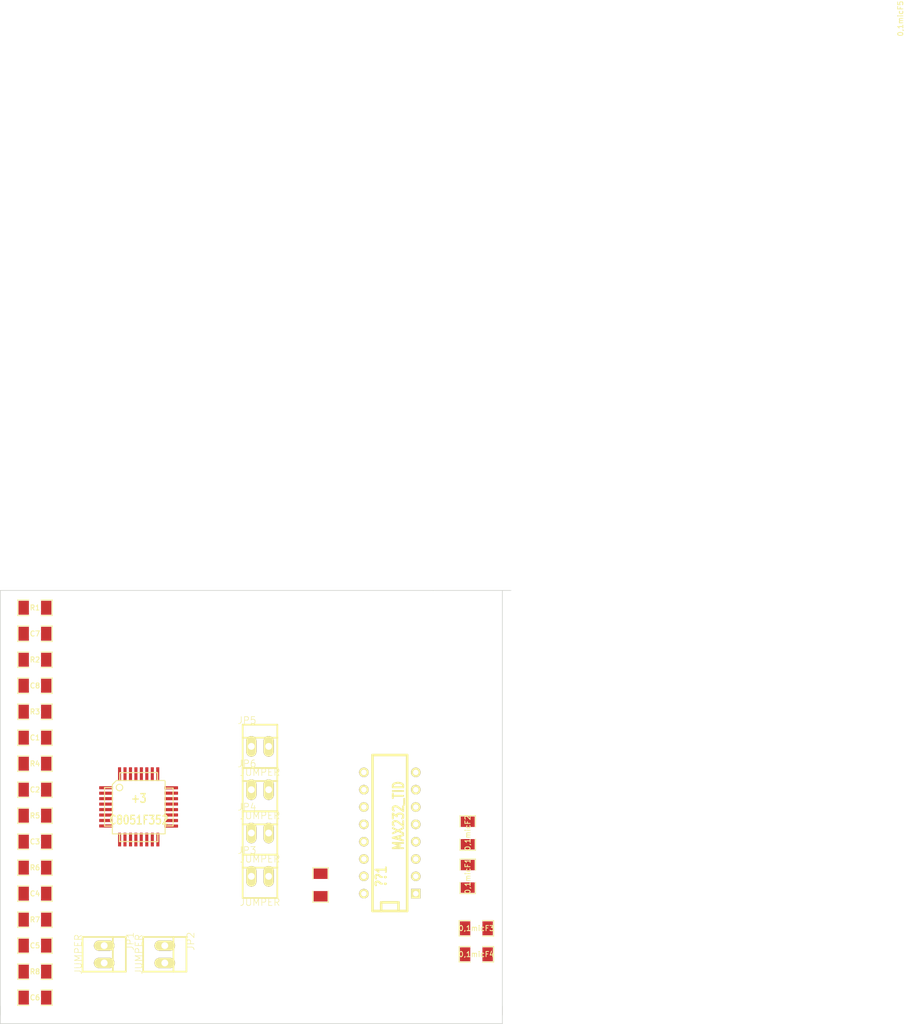
<source format=kicad_pcb>
(kicad_pcb (version 3) (host pcbnew "(2013-07-07 BZR 4022)-stable")

  (general
    (links 38)
    (no_connects 38)
    (area 76.149999 -74.824166 208.9785 76.250001)
    (thickness 1.6)
    (drawings 7)
    (tracks 0)
    (zones 0)
    (modules 29)
    (nets 37)
  )

  (page A3)
  (layers
    (15 F.Cu signal)
    (0 B.Cu signal)
    (16 B.Adhes user)
    (17 F.Adhes user)
    (18 B.Paste user)
    (19 F.Paste user)
    (20 B.SilkS user)
    (21 F.SilkS user)
    (22 B.Mask user)
    (23 F.Mask user)
    (24 Dwgs.User user)
    (25 Cmts.User user)
    (26 Eco1.User user)
    (27 Eco2.User user)
    (28 Edge.Cuts user)
  )

  (setup
    (last_trace_width 0.254)
    (trace_clearance 0.254)
    (zone_clearance 0.508)
    (zone_45_only no)
    (trace_min 0.254)
    (segment_width 0.2)
    (edge_width 0.1)
    (via_size 0.889)
    (via_drill 0.635)
    (via_min_size 0.889)
    (via_min_drill 0.508)
    (uvia_size 0.508)
    (uvia_drill 0.127)
    (uvias_allowed no)
    (uvia_min_size 0.508)
    (uvia_min_drill 0.127)
    (pcb_text_width 0.3)
    (pcb_text_size 1.5 1.5)
    (mod_edge_width 0.15)
    (mod_text_size 1 1)
    (mod_text_width 0.15)
    (pad_size 1.5 1.5)
    (pad_drill 0.6)
    (pad_to_mask_clearance 0)
    (aux_axis_origin 0 0)
    (visible_elements 7FFFFFFF)
    (pcbplotparams
      (layerselection 3178497)
      (usegerberextensions true)
      (excludeedgelayer true)
      (linewidth 0.150000)
      (plotframeref false)
      (viasonmask false)
      (mode 1)
      (useauxorigin false)
      (hpglpennumber 1)
      (hpglpenspeed 20)
      (hpglpendiameter 15)
      (hpglpenoverlay 2)
      (psnegative false)
      (psa4output false)
      (plotreference true)
      (plotvalue true)
      (plotothertext true)
      (plotinvisibletext false)
      (padsonsilk false)
      (subtractmaskfromsilk false)
      (outputformat 1)
      (mirror false)
      (drillshape 1)
      (scaleselection 1)
      (outputdirectory ""))
  )

  (net 0 "")
  (net 1 DGND)
  (net 2 GND)
  (net 3 N-000001)
  (net 4 N-0000014)
  (net 5 N-0000015)
  (net 6 N-0000016)
  (net 7 N-0000017)
  (net 8 N-0000018)
  (net 9 N-0000019)
  (net 10 N-000002)
  (net 11 N-0000020)
  (net 12 N-0000021)
  (net 13 N-0000023)
  (net 14 N-0000025)
  (net 15 N-0000026)
  (net 16 N-0000027)
  (net 17 N-0000028)
  (net 18 N-0000029)
  (net 19 N-000003)
  (net 20 N-0000030)
  (net 21 N-0000033)
  (net 22 N-0000035)
  (net 23 N-0000036)
  (net 24 N-0000039)
  (net 25 N-000004)
  (net 26 N-0000040)
  (net 27 N-0000042)
  (net 28 N-0000044)
  (net 29 N-000005)
  (net 30 N-000006)
  (net 31 N-0000061)
  (net 32 N-0000063)
  (net 33 N-000007)
  (net 34 N-000008)
  (net 35 N-000009)
  (net 36 VDD)

  (net_class Default "This is the default net class."
    (clearance 0.254)
    (trace_width 0.254)
    (via_dia 0.889)
    (via_drill 0.635)
    (uvia_dia 0.508)
    (uvia_drill 0.127)
    (add_net "")
    (add_net DGND)
    (add_net GND)
    (add_net N-000001)
    (add_net N-0000014)
    (add_net N-0000015)
    (add_net N-0000016)
    (add_net N-0000017)
    (add_net N-0000018)
    (add_net N-0000019)
    (add_net N-000002)
    (add_net N-0000020)
    (add_net N-0000021)
    (add_net N-0000023)
    (add_net N-0000025)
    (add_net N-0000026)
    (add_net N-0000027)
    (add_net N-0000028)
    (add_net N-0000029)
    (add_net N-000003)
    (add_net N-0000030)
    (add_net N-0000033)
    (add_net N-0000035)
    (add_net N-0000036)
    (add_net N-0000039)
    (add_net N-000004)
    (add_net N-0000040)
    (add_net N-0000042)
    (add_net N-0000044)
    (add_net N-000005)
    (add_net N-000006)
    (add_net N-0000061)
    (add_net N-0000063)
    (add_net N-000007)
    (add_net N-000008)
    (add_net N-000009)
    (add_net VDD)
  )

  (module TQFP32 (layer F.Cu) (tedit 43A670DA) (tstamp 5527E673)
    (at 96.52 44.45)
    (path /5524216A)
    (fp_text reference +3 (at 0 -1.27) (layer F.SilkS)
      (effects (font (size 1.27 1.016) (thickness 0.2032)))
    )
    (fp_text value C8051F352 (at 0 1.905) (layer F.SilkS)
      (effects (font (size 1.27 1.016) (thickness 0.2032)))
    )
    (fp_line (start 5.0292 2.7686) (end 3.8862 2.7686) (layer F.SilkS) (width 0.1524))
    (fp_line (start 5.0292 -2.7686) (end 3.9116 -2.7686) (layer F.SilkS) (width 0.1524))
    (fp_line (start 5.0292 2.7686) (end 5.0292 -2.7686) (layer F.SilkS) (width 0.1524))
    (fp_line (start 2.794 3.9624) (end 2.794 5.0546) (layer F.SilkS) (width 0.1524))
    (fp_line (start -2.8194 3.9878) (end -2.8194 5.0546) (layer F.SilkS) (width 0.1524))
    (fp_line (start -2.8448 5.0546) (end 2.794 5.08) (layer F.SilkS) (width 0.1524))
    (fp_line (start -2.794 -5.0292) (end 2.7178 -5.0546) (layer F.SilkS) (width 0.1524))
    (fp_line (start -3.8862 -3.2766) (end -3.8862 3.9116) (layer F.SilkS) (width 0.1524))
    (fp_line (start 2.7432 -5.0292) (end 2.7432 -3.9878) (layer F.SilkS) (width 0.1524))
    (fp_line (start -3.2512 -3.8862) (end 3.81 -3.8862) (layer F.SilkS) (width 0.1524))
    (fp_line (start 3.8608 3.937) (end 3.8608 -3.7846) (layer F.SilkS) (width 0.1524))
    (fp_line (start -3.8862 3.937) (end 3.7338 3.937) (layer F.SilkS) (width 0.1524))
    (fp_line (start -5.0292 -2.8448) (end -5.0292 2.794) (layer F.SilkS) (width 0.1524))
    (fp_line (start -5.0292 2.794) (end -3.8862 2.794) (layer F.SilkS) (width 0.1524))
    (fp_line (start -3.87604 -3.302) (end -3.29184 -3.8862) (layer F.SilkS) (width 0.1524))
    (fp_line (start -5.02412 -2.8448) (end -3.87604 -2.8448) (layer F.SilkS) (width 0.1524))
    (fp_line (start -2.794 -3.8862) (end -2.794 -5.03428) (layer F.SilkS) (width 0.1524))
    (fp_circle (center -2.83972 -2.86004) (end -2.43332 -2.60604) (layer F.SilkS) (width 0.1524))
    (pad 8 smd rect (at -4.81584 2.77622) (size 1.99898 0.44958)
      (layers F.Cu F.Paste F.Mask)
      (net 21 N-0000033)
    )
    (pad 7 smd rect (at -4.81584 1.97612) (size 1.99898 0.44958)
      (layers F.Cu F.Paste F.Mask)
      (net 12 N-0000021)
    )
    (pad 6 smd rect (at -4.81584 1.17602) (size 1.99898 0.44958)
      (layers F.Cu F.Paste F.Mask)
      (net 4 N-0000014)
    )
    (pad 5 smd rect (at -4.81584 0.37592) (size 1.99898 0.44958)
      (layers F.Cu F.Paste F.Mask)
      (net 9 N-0000019)
    )
    (pad 4 smd rect (at -4.81584 -0.42418) (size 1.99898 0.44958)
      (layers F.Cu F.Paste F.Mask)
      (net 8 N-0000018)
    )
    (pad 3 smd rect (at -4.81584 -1.22428) (size 1.99898 0.44958)
      (layers F.Cu F.Paste F.Mask)
      (net 7 N-0000017)
    )
    (pad 2 smd rect (at -4.81584 -2.02438) (size 1.99898 0.44958)
      (layers F.Cu F.Paste F.Mask)
      (net 6 N-0000016)
    )
    (pad 1 smd rect (at -4.81584 -2.82448) (size 1.99898 0.44958)
      (layers F.Cu F.Paste F.Mask)
      (net 5 N-0000015)
    )
    (pad 24 smd rect (at 4.7498 -2.8194) (size 1.99898 0.44958)
      (layers F.Cu F.Paste F.Mask)
    )
    (pad 17 smd rect (at 4.7498 2.794) (size 1.99898 0.44958)
      (layers F.Cu F.Paste F.Mask)
      (net 25 N-000004)
    )
    (pad 18 smd rect (at 4.7498 1.9812) (size 1.99898 0.44958)
      (layers F.Cu F.Paste F.Mask)
      (net 19 N-000003)
    )
    (pad 19 smd rect (at 4.7498 1.1684) (size 1.99898 0.44958)
      (layers F.Cu F.Paste F.Mask)
    )
    (pad 20 smd rect (at 4.7498 0.381) (size 1.99898 0.44958)
      (layers F.Cu F.Paste F.Mask)
    )
    (pad 21 smd rect (at 4.7498 -0.4318) (size 1.99898 0.44958)
      (layers F.Cu F.Paste F.Mask)
      (net 36 VDD)
    )
    (pad 22 smd rect (at 4.7498 -1.2192) (size 1.99898 0.44958)
      (layers F.Cu F.Paste F.Mask)
    )
    (pad 23 smd rect (at 4.7498 -2.032) (size 1.99898 0.44958)
      (layers F.Cu F.Paste F.Mask)
    )
    (pad 32 smd rect (at -2.82448 -4.826) (size 0.44958 1.99898)
      (layers F.Cu F.Paste F.Mask)
    )
    (pad 31 smd rect (at -2.02692 -4.826) (size 0.44958 1.99898)
      (layers F.Cu F.Paste F.Mask)
    )
    (pad 30 smd rect (at -1.22428 -4.826) (size 0.44958 1.99898)
      (layers F.Cu F.Paste F.Mask)
    )
    (pad 29 smd rect (at -0.42672 -4.826) (size 0.44958 1.99898)
      (layers F.Cu F.Paste F.Mask)
    )
    (pad 28 smd rect (at 0.37592 -4.826) (size 0.44958 1.99898)
      (layers F.Cu F.Paste F.Mask)
      (net 13 N-0000023)
    )
    (pad 27 smd rect (at 1.17348 -4.826) (size 0.44958 1.99898)
      (layers F.Cu F.Paste F.Mask)
      (net 29 N-000005)
    )
    (pad 26 smd rect (at 1.97612 -4.826) (size 0.44958 1.99898)
      (layers F.Cu F.Paste F.Mask)
    )
    (pad 25 smd rect (at 2.77368 -4.826) (size 0.44958 1.99898)
      (layers F.Cu F.Paste F.Mask)
    )
    (pad 9 smd rect (at -2.8194 4.7752) (size 0.44958 1.99898)
      (layers F.Cu F.Paste F.Mask)
    )
    (pad 10 smd rect (at -2.032 4.7752) (size 0.44958 1.99898)
      (layers F.Cu F.Paste F.Mask)
      (net 36 VDD)
    )
    (pad 11 smd rect (at -1.2192 4.7752) (size 0.44958 1.99898)
      (layers F.Cu F.Paste F.Mask)
      (net 33 N-000007)
    )
    (pad 12 smd rect (at -0.4318 4.7752) (size 0.44958 1.99898)
      (layers F.Cu F.Paste F.Mask)
      (net 30 N-000006)
    )
    (pad 13 smd rect (at 0.3556 4.7752) (size 0.44958 1.99898)
      (layers F.Cu F.Paste F.Mask)
    )
    (pad 14 smd rect (at 1.1684 4.7752) (size 0.44958 1.99898)
      (layers F.Cu F.Paste F.Mask)
    )
    (pad 15 smd rect (at 1.9812 4.7752) (size 0.44958 1.99898)
      (layers F.Cu F.Paste F.Mask)
    )
    (pad 16 smd rect (at 2.794 4.7752) (size 0.44958 1.99898)
      (layers F.Cu F.Paste F.Mask)
    )
    (model smd/tqfp32.wrl
      (at (xyz 0 0 0))
      (scale (xyz 1 1 1))
      (rotate (xyz 0 0 0))
    )
  )

  (module SM1206 (layer F.Cu) (tedit 42806E24) (tstamp 5527E67F)
    (at 81.28 60.96)
    (path /552426BE)
    (attr smd)
    (fp_text reference R7 (at 0 0) (layer F.SilkS)
      (effects (font (size 0.762 0.762) (thickness 0.127)))
    )
    (fp_text value 100ohm (at 0 0) (layer F.SilkS) hide
      (effects (font (size 0.762 0.762) (thickness 0.127)))
    )
    (fp_line (start -2.54 -1.143) (end -2.54 1.143) (layer F.SilkS) (width 0.127))
    (fp_line (start -2.54 1.143) (end -0.889 1.143) (layer F.SilkS) (width 0.127))
    (fp_line (start 0.889 -1.143) (end 2.54 -1.143) (layer F.SilkS) (width 0.127))
    (fp_line (start 2.54 -1.143) (end 2.54 1.143) (layer F.SilkS) (width 0.127))
    (fp_line (start 2.54 1.143) (end 0.889 1.143) (layer F.SilkS) (width 0.127))
    (fp_line (start -0.889 -1.143) (end -2.54 -1.143) (layer F.SilkS) (width 0.127))
    (pad 1 smd rect (at -1.651 0) (size 1.524 2.032)
      (layers F.Cu F.Paste F.Mask)
      (net 31 N-0000061)
    )
    (pad 2 smd rect (at 1.651 0) (size 1.524 2.032)
      (layers F.Cu F.Paste F.Mask)
      (net 12 N-0000021)
    )
    (model smd/chip_cms.wrl
      (at (xyz 0 0 0))
      (scale (xyz 0.17 0.16 0.16))
      (rotate (xyz 0 0 0))
    )
  )

  (module SM1206 (layer F.Cu) (tedit 42806E24) (tstamp 5527EE46)
    (at 144.78 54.61 90)
    (path /5526E163)
    (attr smd)
    (fp_text reference 0,1micF1 (at 0 0 90) (layer F.SilkS)
      (effects (font (size 0.762 0.762) (thickness 0.127)))
    )
    (fp_text value C8 (at 0 0 90) (layer F.SilkS) hide
      (effects (font (size 0.762 0.762) (thickness 0.127)))
    )
    (fp_line (start -2.54 -1.143) (end -2.54 1.143) (layer F.SilkS) (width 0.127))
    (fp_line (start -2.54 1.143) (end -0.889 1.143) (layer F.SilkS) (width 0.127))
    (fp_line (start 0.889 -1.143) (end 2.54 -1.143) (layer F.SilkS) (width 0.127))
    (fp_line (start 2.54 -1.143) (end 2.54 1.143) (layer F.SilkS) (width 0.127))
    (fp_line (start 2.54 1.143) (end 0.889 1.143) (layer F.SilkS) (width 0.127))
    (fp_line (start -0.889 -1.143) (end -2.54 -1.143) (layer F.SilkS) (width 0.127))
    (pad 1 smd rect (at -1.651 0 90) (size 1.524 2.032)
      (layers F.Cu F.Paste F.Mask)
      (net 3 N-000001)
    )
    (pad 2 smd rect (at 1.651 0 90) (size 1.524 2.032)
      (layers F.Cu F.Paste F.Mask)
      (net 10 N-000002)
    )
    (model smd/chip_cms.wrl
      (at (xyz 0 0 0))
      (scale (xyz 0.17 0.16 0.16))
      (rotate (xyz 0 0 0))
    )
  )

  (module SM1206 (layer F.Cu) (tedit 5527E6AE) (tstamp 5527E697)
    (at 123.19 55.88 90)
    (path /5526E07D)
    (attr smd)
    (fp_text reference 0,1micF5 (at 127 85.09 90) (layer F.SilkS)
      (effects (font (size 0.762 0.762) (thickness 0.127)))
    )
    (fp_text value C11 (at 0 0 90) (layer F.SilkS) hide
      (effects (font (size 0.762 0.762) (thickness 0.127)))
    )
    (fp_line (start -2.54 -1.143) (end -2.54 1.143) (layer F.SilkS) (width 0.127))
    (fp_line (start -2.54 1.143) (end -0.889 1.143) (layer F.SilkS) (width 0.127))
    (fp_line (start 0.889 -1.143) (end 2.54 -1.143) (layer F.SilkS) (width 0.127))
    (fp_line (start 2.54 -1.143) (end 2.54 1.143) (layer F.SilkS) (width 0.127))
    (fp_line (start 2.54 1.143) (end 0.889 1.143) (layer F.SilkS) (width 0.127))
    (fp_line (start -0.889 -1.143) (end -2.54 -1.143) (layer F.SilkS) (width 0.127))
    (pad 1 smd rect (at -1.651 0 90) (size 1.524 2.032)
      (layers F.Cu F.Paste F.Mask)
      (net 11 N-0000020)
    )
    (pad 2 smd rect (at 1.651 0 90) (size 1.524 2.032)
      (layers F.Cu F.Paste F.Mask)
      (net 2 GND)
    )
    (model smd/chip_cms.wrl
      (at (xyz 0 0 0))
      (scale (xyz 0.17 0.16 0.16))
      (rotate (xyz 0 0 0))
    )
  )

  (module SM1206 (layer F.Cu) (tedit 42806E24) (tstamp 5527E6A3)
    (at 146.05 62.23)
    (path /5526DE58)
    (attr smd)
    (fp_text reference 0,1micF3 (at 0 0) (layer F.SilkS)
      (effects (font (size 0.762 0.762) (thickness 0.127)))
    )
    (fp_text value C12 (at 0 0) (layer F.SilkS) hide
      (effects (font (size 0.762 0.762) (thickness 0.127)))
    )
    (fp_line (start -2.54 -1.143) (end -2.54 1.143) (layer F.SilkS) (width 0.127))
    (fp_line (start -2.54 1.143) (end -0.889 1.143) (layer F.SilkS) (width 0.127))
    (fp_line (start 0.889 -1.143) (end 2.54 -1.143) (layer F.SilkS) (width 0.127))
    (fp_line (start 2.54 -1.143) (end 2.54 1.143) (layer F.SilkS) (width 0.127))
    (fp_line (start 2.54 1.143) (end 0.889 1.143) (layer F.SilkS) (width 0.127))
    (fp_line (start -0.889 -1.143) (end -2.54 -1.143) (layer F.SilkS) (width 0.127))
    (pad 1 smd rect (at -1.651 0) (size 1.524 2.032)
      (layers F.Cu F.Paste F.Mask)
      (net 18 N-0000029)
    )
    (pad 2 smd rect (at 1.651 0) (size 1.524 2.032)
      (layers F.Cu F.Paste F.Mask)
      (net 2 GND)
    )
    (model smd/chip_cms.wrl
      (at (xyz 0 0 0))
      (scale (xyz 0.17 0.16 0.16))
      (rotate (xyz 0 0 0))
    )
  )

  (module SM1206 (layer F.Cu) (tedit 42806E24) (tstamp 5527E6AF)
    (at 146.05 66.04)
    (path /5526DBBB)
    (attr smd)
    (fp_text reference 0,1micF4 (at 0 0) (layer F.SilkS)
      (effects (font (size 0.762 0.762) (thickness 0.127)))
    )
    (fp_text value C10 (at 0 0) (layer F.SilkS) hide
      (effects (font (size 0.762 0.762) (thickness 0.127)))
    )
    (fp_line (start -2.54 -1.143) (end -2.54 1.143) (layer F.SilkS) (width 0.127))
    (fp_line (start -2.54 1.143) (end -0.889 1.143) (layer F.SilkS) (width 0.127))
    (fp_line (start 0.889 -1.143) (end 2.54 -1.143) (layer F.SilkS) (width 0.127))
    (fp_line (start 2.54 -1.143) (end 2.54 1.143) (layer F.SilkS) (width 0.127))
    (fp_line (start 2.54 1.143) (end 0.889 1.143) (layer F.SilkS) (width 0.127))
    (fp_line (start -0.889 -1.143) (end -2.54 -1.143) (layer F.SilkS) (width 0.127))
    (pad 1 smd rect (at -1.651 0) (size 1.524 2.032)
      (layers F.Cu F.Paste F.Mask)
      (net 20 N-0000030)
    )
    (pad 2 smd rect (at 1.651 0) (size 1.524 2.032)
      (layers F.Cu F.Paste F.Mask)
      (net 2 GND)
    )
    (model smd/chip_cms.wrl
      (at (xyz 0 0 0))
      (scale (xyz 0.17 0.16 0.16))
      (rotate (xyz 0 0 0))
    )
  )

  (module SM1206 (layer F.Cu) (tedit 42806E24) (tstamp 5527E6BB)
    (at 144.78 48.26 90)
    (path /5526D3CB)
    (attr smd)
    (fp_text reference 0,1micF2 (at 0 0 90) (layer F.SilkS)
      (effects (font (size 0.762 0.762) (thickness 0.127)))
    )
    (fp_text value C9 (at 0 0 90) (layer F.SilkS) hide
      (effects (font (size 0.762 0.762) (thickness 0.127)))
    )
    (fp_line (start -2.54 -1.143) (end -2.54 1.143) (layer F.SilkS) (width 0.127))
    (fp_line (start -2.54 1.143) (end -0.889 1.143) (layer F.SilkS) (width 0.127))
    (fp_line (start 0.889 -1.143) (end 2.54 -1.143) (layer F.SilkS) (width 0.127))
    (fp_line (start 2.54 -1.143) (end 2.54 1.143) (layer F.SilkS) (width 0.127))
    (fp_line (start 2.54 1.143) (end 0.889 1.143) (layer F.SilkS) (width 0.127))
    (fp_line (start -0.889 -1.143) (end -2.54 -1.143) (layer F.SilkS) (width 0.127))
    (pad 1 smd rect (at -1.651 0 90) (size 1.524 2.032)
      (layers F.Cu F.Paste F.Mask)
      (net 34 N-000008)
    )
    (pad 2 smd rect (at 1.651 0 90) (size 1.524 2.032)
      (layers F.Cu F.Paste F.Mask)
      (net 35 N-000009)
    )
    (model smd/chip_cms.wrl
      (at (xyz 0 0 0))
      (scale (xyz 0.17 0.16 0.16))
      (rotate (xyz 0 0 0))
    )
  )

  (module SM1206 (layer F.Cu) (tedit 42806E24) (tstamp 5527E6C7)
    (at 81.28 68.58)
    (path /552426D3)
    (attr smd)
    (fp_text reference R8 (at 0 0) (layer F.SilkS)
      (effects (font (size 0.762 0.762) (thickness 0.127)))
    )
    (fp_text value 100ohm (at 0 0) (layer F.SilkS) hide
      (effects (font (size 0.762 0.762) (thickness 0.127)))
    )
    (fp_line (start -2.54 -1.143) (end -2.54 1.143) (layer F.SilkS) (width 0.127))
    (fp_line (start -2.54 1.143) (end -0.889 1.143) (layer F.SilkS) (width 0.127))
    (fp_line (start 0.889 -1.143) (end 2.54 -1.143) (layer F.SilkS) (width 0.127))
    (fp_line (start 2.54 -1.143) (end 2.54 1.143) (layer F.SilkS) (width 0.127))
    (fp_line (start 2.54 1.143) (end 0.889 1.143) (layer F.SilkS) (width 0.127))
    (fp_line (start -0.889 -1.143) (end -2.54 -1.143) (layer F.SilkS) (width 0.127))
    (pad 1 smd rect (at -1.651 0) (size 1.524 2.032)
      (layers F.Cu F.Paste F.Mask)
      (net 32 N-0000063)
    )
    (pad 2 smd rect (at 1.651 0) (size 1.524 2.032)
      (layers F.Cu F.Paste F.Mask)
      (net 21 N-0000033)
    )
    (model smd/chip_cms.wrl
      (at (xyz 0 0 0))
      (scale (xyz 0.17 0.16 0.16))
      (rotate (xyz 0 0 0))
    )
  )

  (module SM1206 (layer F.Cu) (tedit 42806E24) (tstamp 5527E6D3)
    (at 81.28 72.39)
    (path /552426CD)
    (attr smd)
    (fp_text reference C6 (at 0 0) (layer F.SilkS)
      (effects (font (size 0.762 0.762) (thickness 0.127)))
    )
    (fp_text value 0,1micF (at 0 0) (layer F.SilkS) hide
      (effects (font (size 0.762 0.762) (thickness 0.127)))
    )
    (fp_line (start -2.54 -1.143) (end -2.54 1.143) (layer F.SilkS) (width 0.127))
    (fp_line (start -2.54 1.143) (end -0.889 1.143) (layer F.SilkS) (width 0.127))
    (fp_line (start 0.889 -1.143) (end 2.54 -1.143) (layer F.SilkS) (width 0.127))
    (fp_line (start 2.54 -1.143) (end 2.54 1.143) (layer F.SilkS) (width 0.127))
    (fp_line (start 2.54 1.143) (end 0.889 1.143) (layer F.SilkS) (width 0.127))
    (fp_line (start -0.889 -1.143) (end -2.54 -1.143) (layer F.SilkS) (width 0.127))
    (pad 1 smd rect (at -1.651 0) (size 1.524 2.032)
      (layers F.Cu F.Paste F.Mask)
      (net 32 N-0000063)
    )
    (pad 2 smd rect (at 1.651 0) (size 1.524 2.032)
      (layers F.Cu F.Paste F.Mask)
    )
    (model smd/chip_cms.wrl
      (at (xyz 0 0 0))
      (scale (xyz 0.17 0.16 0.16))
      (rotate (xyz 0 0 0))
    )
  )

  (module SM1206 (layer F.Cu) (tedit 42806E24) (tstamp 5527E6DF)
    (at 81.28 64.77)
    (path /552426B8)
    (attr smd)
    (fp_text reference C5 (at 0 0) (layer F.SilkS)
      (effects (font (size 0.762 0.762) (thickness 0.127)))
    )
    (fp_text value 0,1micF (at 0 0) (layer F.SilkS) hide
      (effects (font (size 0.762 0.762) (thickness 0.127)))
    )
    (fp_line (start -2.54 -1.143) (end -2.54 1.143) (layer F.SilkS) (width 0.127))
    (fp_line (start -2.54 1.143) (end -0.889 1.143) (layer F.SilkS) (width 0.127))
    (fp_line (start 0.889 -1.143) (end 2.54 -1.143) (layer F.SilkS) (width 0.127))
    (fp_line (start 2.54 -1.143) (end 2.54 1.143) (layer F.SilkS) (width 0.127))
    (fp_line (start 2.54 1.143) (end 0.889 1.143) (layer F.SilkS) (width 0.127))
    (fp_line (start -0.889 -1.143) (end -2.54 -1.143) (layer F.SilkS) (width 0.127))
    (pad 1 smd rect (at -1.651 0) (size 1.524 2.032)
      (layers F.Cu F.Paste F.Mask)
      (net 31 N-0000061)
    )
    (pad 2 smd rect (at 1.651 0) (size 1.524 2.032)
      (layers F.Cu F.Paste F.Mask)
    )
    (model smd/chip_cms.wrl
      (at (xyz 0 0 0))
      (scale (xyz 0.17 0.16 0.16))
      (rotate (xyz 0 0 0))
    )
  )

  (module SM1206 (layer F.Cu) (tedit 42806E24) (tstamp 5527E6EB)
    (at 81.28 53.34)
    (path /552425CA)
    (attr smd)
    (fp_text reference R6 (at 0 0) (layer F.SilkS)
      (effects (font (size 0.762 0.762) (thickness 0.127)))
    )
    (fp_text value 100ohm (at 0 0) (layer F.SilkS) hide
      (effects (font (size 0.762 0.762) (thickness 0.127)))
    )
    (fp_line (start -2.54 -1.143) (end -2.54 1.143) (layer F.SilkS) (width 0.127))
    (fp_line (start -2.54 1.143) (end -0.889 1.143) (layer F.SilkS) (width 0.127))
    (fp_line (start 0.889 -1.143) (end 2.54 -1.143) (layer F.SilkS) (width 0.127))
    (fp_line (start 2.54 -1.143) (end 2.54 1.143) (layer F.SilkS) (width 0.127))
    (fp_line (start 2.54 1.143) (end 0.889 1.143) (layer F.SilkS) (width 0.127))
    (fp_line (start -0.889 -1.143) (end -2.54 -1.143) (layer F.SilkS) (width 0.127))
    (pad 1 smd rect (at -1.651 0) (size 1.524 2.032)
      (layers F.Cu F.Paste F.Mask)
      (net 28 N-0000044)
    )
    (pad 2 smd rect (at 1.651 0) (size 1.524 2.032)
      (layers F.Cu F.Paste F.Mask)
      (net 4 N-0000014)
    )
    (model smd/chip_cms.wrl
      (at (xyz 0 0 0))
      (scale (xyz 0.17 0.16 0.16))
      (rotate (xyz 0 0 0))
    )
  )

  (module SM1206 (layer F.Cu) (tedit 42806E24) (tstamp 5527E6F7)
    (at 81.28 57.15)
    (path /552425C4)
    (attr smd)
    (fp_text reference C4 (at 0 0) (layer F.SilkS)
      (effects (font (size 0.762 0.762) (thickness 0.127)))
    )
    (fp_text value 0,1micF (at 0 0) (layer F.SilkS) hide
      (effects (font (size 0.762 0.762) (thickness 0.127)))
    )
    (fp_line (start -2.54 -1.143) (end -2.54 1.143) (layer F.SilkS) (width 0.127))
    (fp_line (start -2.54 1.143) (end -0.889 1.143) (layer F.SilkS) (width 0.127))
    (fp_line (start 0.889 -1.143) (end 2.54 -1.143) (layer F.SilkS) (width 0.127))
    (fp_line (start 2.54 -1.143) (end 2.54 1.143) (layer F.SilkS) (width 0.127))
    (fp_line (start 2.54 1.143) (end 0.889 1.143) (layer F.SilkS) (width 0.127))
    (fp_line (start -0.889 -1.143) (end -2.54 -1.143) (layer F.SilkS) (width 0.127))
    (pad 1 smd rect (at -1.651 0) (size 1.524 2.032)
      (layers F.Cu F.Paste F.Mask)
      (net 28 N-0000044)
    )
    (pad 2 smd rect (at 1.651 0) (size 1.524 2.032)
      (layers F.Cu F.Paste F.Mask)
    )
    (model smd/chip_cms.wrl
      (at (xyz 0 0 0))
      (scale (xyz 0.17 0.16 0.16))
      (rotate (xyz 0 0 0))
    )
  )

  (module SM1206 (layer F.Cu) (tedit 42806E24) (tstamp 5527E703)
    (at 81.28 34.29)
    (path /5524235B)
    (attr smd)
    (fp_text reference C1 (at 0 0) (layer F.SilkS)
      (effects (font (size 0.762 0.762) (thickness 0.127)))
    )
    (fp_text value 0,1micF (at 0 0) (layer F.SilkS) hide
      (effects (font (size 0.762 0.762) (thickness 0.127)))
    )
    (fp_line (start -2.54 -1.143) (end -2.54 1.143) (layer F.SilkS) (width 0.127))
    (fp_line (start -2.54 1.143) (end -0.889 1.143) (layer F.SilkS) (width 0.127))
    (fp_line (start 0.889 -1.143) (end 2.54 -1.143) (layer F.SilkS) (width 0.127))
    (fp_line (start 2.54 -1.143) (end 2.54 1.143) (layer F.SilkS) (width 0.127))
    (fp_line (start 2.54 1.143) (end 0.889 1.143) (layer F.SilkS) (width 0.127))
    (fp_line (start -0.889 -1.143) (end -2.54 -1.143) (layer F.SilkS) (width 0.127))
    (pad 1 smd rect (at -1.651 0) (size 1.524 2.032)
      (layers F.Cu F.Paste F.Mask)
      (net 24 N-0000039)
    )
    (pad 2 smd rect (at 1.651 0) (size 1.524 2.032)
      (layers F.Cu F.Paste F.Mask)
    )
    (model smd/chip_cms.wrl
      (at (xyz 0 0 0))
      (scale (xyz 0.17 0.16 0.16))
      (rotate (xyz 0 0 0))
    )
  )

  (module SM1206 (layer F.Cu) (tedit 42806E24) (tstamp 5527E70F)
    (at 81.28 30.48)
    (path /5524249A)
    (attr smd)
    (fp_text reference R3 (at 0 0) (layer F.SilkS)
      (effects (font (size 0.762 0.762) (thickness 0.127)))
    )
    (fp_text value 100ohm (at 0 0) (layer F.SilkS) hide
      (effects (font (size 0.762 0.762) (thickness 0.127)))
    )
    (fp_line (start -2.54 -1.143) (end -2.54 1.143) (layer F.SilkS) (width 0.127))
    (fp_line (start -2.54 1.143) (end -0.889 1.143) (layer F.SilkS) (width 0.127))
    (fp_line (start 0.889 -1.143) (end 2.54 -1.143) (layer F.SilkS) (width 0.127))
    (fp_line (start 2.54 -1.143) (end 2.54 1.143) (layer F.SilkS) (width 0.127))
    (fp_line (start 2.54 1.143) (end 0.889 1.143) (layer F.SilkS) (width 0.127))
    (fp_line (start -0.889 -1.143) (end -2.54 -1.143) (layer F.SilkS) (width 0.127))
    (pad 1 smd rect (at -1.651 0) (size 1.524 2.032)
      (layers F.Cu F.Paste F.Mask)
      (net 24 N-0000039)
    )
    (pad 2 smd rect (at 1.651 0) (size 1.524 2.032)
      (layers F.Cu F.Paste F.Mask)
      (net 7 N-0000017)
    )
    (model smd/chip_cms.wrl
      (at (xyz 0 0 0))
      (scale (xyz 0.17 0.16 0.16))
      (rotate (xyz 0 0 0))
    )
  )

  (module SM1206 (layer F.Cu) (tedit 42806E24) (tstamp 5527E71B)
    (at 81.28 26.67)
    (path /55242560)
    (attr smd)
    (fp_text reference C8 (at 0 0) (layer F.SilkS)
      (effects (font (size 0.762 0.762) (thickness 0.127)))
    )
    (fp_text value 0,1micF (at 0 0) (layer F.SilkS) hide
      (effects (font (size 0.762 0.762) (thickness 0.127)))
    )
    (fp_line (start -2.54 -1.143) (end -2.54 1.143) (layer F.SilkS) (width 0.127))
    (fp_line (start -2.54 1.143) (end -0.889 1.143) (layer F.SilkS) (width 0.127))
    (fp_line (start 0.889 -1.143) (end 2.54 -1.143) (layer F.SilkS) (width 0.127))
    (fp_line (start 2.54 -1.143) (end 2.54 1.143) (layer F.SilkS) (width 0.127))
    (fp_line (start 2.54 1.143) (end 0.889 1.143) (layer F.SilkS) (width 0.127))
    (fp_line (start -0.889 -1.143) (end -2.54 -1.143) (layer F.SilkS) (width 0.127))
    (pad 1 smd rect (at -1.651 0) (size 1.524 2.032)
      (layers F.Cu F.Paste F.Mask)
      (net 22 N-0000035)
    )
    (pad 2 smd rect (at 1.651 0) (size 1.524 2.032)
      (layers F.Cu F.Paste F.Mask)
      (net 1 DGND)
    )
    (model smd/chip_cms.wrl
      (at (xyz 0 0 0))
      (scale (xyz 0.17 0.16 0.16))
      (rotate (xyz 0 0 0))
    )
  )

  (module SM1206 (layer F.Cu) (tedit 42806E24) (tstamp 5527E727)
    (at 81.28 22.86)
    (path /55242566)
    (attr smd)
    (fp_text reference R2 (at 0 0) (layer F.SilkS)
      (effects (font (size 0.762 0.762) (thickness 0.127)))
    )
    (fp_text value 100ohm (at 0 0) (layer F.SilkS) hide
      (effects (font (size 0.762 0.762) (thickness 0.127)))
    )
    (fp_line (start -2.54 -1.143) (end -2.54 1.143) (layer F.SilkS) (width 0.127))
    (fp_line (start -2.54 1.143) (end -0.889 1.143) (layer F.SilkS) (width 0.127))
    (fp_line (start 0.889 -1.143) (end 2.54 -1.143) (layer F.SilkS) (width 0.127))
    (fp_line (start 2.54 -1.143) (end 2.54 1.143) (layer F.SilkS) (width 0.127))
    (fp_line (start 2.54 1.143) (end 0.889 1.143) (layer F.SilkS) (width 0.127))
    (fp_line (start -0.889 -1.143) (end -2.54 -1.143) (layer F.SilkS) (width 0.127))
    (pad 1 smd rect (at -1.651 0) (size 1.524 2.032)
      (layers F.Cu F.Paste F.Mask)
      (net 22 N-0000035)
    )
    (pad 2 smd rect (at 1.651 0) (size 1.524 2.032)
      (layers F.Cu F.Paste F.Mask)
      (net 6 N-0000016)
    )
    (model smd/chip_cms.wrl
      (at (xyz 0 0 0))
      (scale (xyz 0.17 0.16 0.16))
      (rotate (xyz 0 0 0))
    )
  )

  (module SM1206 (layer F.Cu) (tedit 42806E24) (tstamp 5527E9DF)
    (at 81.28 19.05)
    (path /55242576)
    (attr smd)
    (fp_text reference C7 (at 0 0) (layer F.SilkS)
      (effects (font (size 0.762 0.762) (thickness 0.127)))
    )
    (fp_text value 0,1micF (at 0 0) (layer F.SilkS) hide
      (effects (font (size 0.762 0.762) (thickness 0.127)))
    )
    (fp_line (start -2.54 -1.143) (end -2.54 1.143) (layer F.SilkS) (width 0.127))
    (fp_line (start -2.54 1.143) (end -0.889 1.143) (layer F.SilkS) (width 0.127))
    (fp_line (start 0.889 -1.143) (end 2.54 -1.143) (layer F.SilkS) (width 0.127))
    (fp_line (start 2.54 -1.143) (end 2.54 1.143) (layer F.SilkS) (width 0.127))
    (fp_line (start 2.54 1.143) (end 0.889 1.143) (layer F.SilkS) (width 0.127))
    (fp_line (start -0.889 -1.143) (end -2.54 -1.143) (layer F.SilkS) (width 0.127))
    (pad 1 smd rect (at -1.651 0) (size 1.524 2.032)
      (layers F.Cu F.Paste F.Mask)
      (net 23 N-0000036)
    )
    (pad 2 smd rect (at 1.651 0) (size 1.524 2.032)
      (layers F.Cu F.Paste F.Mask)
      (net 1 DGND)
    )
    (model smd/chip_cms.wrl
      (at (xyz 0 0 0))
      (scale (xyz 0.17 0.16 0.16))
      (rotate (xyz 0 0 0))
    )
  )

  (module SM1206 (layer F.Cu) (tedit 42806E24) (tstamp 5527E9D2)
    (at 81.28 15.24)
    (path /5524257C)
    (attr smd)
    (fp_text reference R1 (at 0 0) (layer F.SilkS)
      (effects (font (size 0.762 0.762) (thickness 0.127)))
    )
    (fp_text value 100ohm (at 0 0) (layer F.SilkS) hide
      (effects (font (size 0.762 0.762) (thickness 0.127)))
    )
    (fp_line (start -2.54 -1.143) (end -2.54 1.143) (layer F.SilkS) (width 0.127))
    (fp_line (start -2.54 1.143) (end -0.889 1.143) (layer F.SilkS) (width 0.127))
    (fp_line (start 0.889 -1.143) (end 2.54 -1.143) (layer F.SilkS) (width 0.127))
    (fp_line (start 2.54 -1.143) (end 2.54 1.143) (layer F.SilkS) (width 0.127))
    (fp_line (start 2.54 1.143) (end 0.889 1.143) (layer F.SilkS) (width 0.127))
    (fp_line (start -0.889 -1.143) (end -2.54 -1.143) (layer F.SilkS) (width 0.127))
    (pad 1 smd rect (at -1.651 0) (size 1.524 2.032)
      (layers F.Cu F.Paste F.Mask)
      (net 23 N-0000036)
    )
    (pad 2 smd rect (at 1.651 0) (size 1.524 2.032)
      (layers F.Cu F.Paste F.Mask)
      (net 5 N-0000015)
    )
    (model smd/chip_cms.wrl
      (at (xyz 0 0 0))
      (scale (xyz 0.17 0.16 0.16))
      (rotate (xyz 0 0 0))
    )
  )

  (module SM1206 (layer F.Cu) (tedit 42806E24) (tstamp 5527E74B)
    (at 81.28 41.91)
    (path /5524258C)
    (attr smd)
    (fp_text reference C2 (at 0 0) (layer F.SilkS)
      (effects (font (size 0.762 0.762) (thickness 0.127)))
    )
    (fp_text value 0,1micF (at 0 0) (layer F.SilkS) hide
      (effects (font (size 0.762 0.762) (thickness 0.127)))
    )
    (fp_line (start -2.54 -1.143) (end -2.54 1.143) (layer F.SilkS) (width 0.127))
    (fp_line (start -2.54 1.143) (end -0.889 1.143) (layer F.SilkS) (width 0.127))
    (fp_line (start 0.889 -1.143) (end 2.54 -1.143) (layer F.SilkS) (width 0.127))
    (fp_line (start 2.54 -1.143) (end 2.54 1.143) (layer F.SilkS) (width 0.127))
    (fp_line (start 2.54 1.143) (end 0.889 1.143) (layer F.SilkS) (width 0.127))
    (fp_line (start -0.889 -1.143) (end -2.54 -1.143) (layer F.SilkS) (width 0.127))
    (pad 1 smd rect (at -1.651 0) (size 1.524 2.032)
      (layers F.Cu F.Paste F.Mask)
      (net 26 N-0000040)
    )
    (pad 2 smd rect (at 1.651 0) (size 1.524 2.032)
      (layers F.Cu F.Paste F.Mask)
    )
    (model smd/chip_cms.wrl
      (at (xyz 0 0 0))
      (scale (xyz 0.17 0.16 0.16))
      (rotate (xyz 0 0 0))
    )
  )

  (module SM1206 (layer F.Cu) (tedit 42806E24) (tstamp 5527E757)
    (at 81.28 38.1)
    (path /55242592)
    (attr smd)
    (fp_text reference R4 (at 0 0) (layer F.SilkS)
      (effects (font (size 0.762 0.762) (thickness 0.127)))
    )
    (fp_text value 100ohm (at 0 0) (layer F.SilkS) hide
      (effects (font (size 0.762 0.762) (thickness 0.127)))
    )
    (fp_line (start -2.54 -1.143) (end -2.54 1.143) (layer F.SilkS) (width 0.127))
    (fp_line (start -2.54 1.143) (end -0.889 1.143) (layer F.SilkS) (width 0.127))
    (fp_line (start 0.889 -1.143) (end 2.54 -1.143) (layer F.SilkS) (width 0.127))
    (fp_line (start 2.54 -1.143) (end 2.54 1.143) (layer F.SilkS) (width 0.127))
    (fp_line (start 2.54 1.143) (end 0.889 1.143) (layer F.SilkS) (width 0.127))
    (fp_line (start -0.889 -1.143) (end -2.54 -1.143) (layer F.SilkS) (width 0.127))
    (pad 1 smd rect (at -1.651 0) (size 1.524 2.032)
      (layers F.Cu F.Paste F.Mask)
      (net 26 N-0000040)
    )
    (pad 2 smd rect (at 1.651 0) (size 1.524 2.032)
      (layers F.Cu F.Paste F.Mask)
      (net 8 N-0000018)
    )
    (model smd/chip_cms.wrl
      (at (xyz 0 0 0))
      (scale (xyz 0.17 0.16 0.16))
      (rotate (xyz 0 0 0))
    )
  )

  (module SM1206 (layer F.Cu) (tedit 42806E24) (tstamp 5527E763)
    (at 81.28 49.53)
    (path /552425AE)
    (attr smd)
    (fp_text reference C3 (at 0 0) (layer F.SilkS)
      (effects (font (size 0.762 0.762) (thickness 0.127)))
    )
    (fp_text value 0,1micF (at 0 0) (layer F.SilkS) hide
      (effects (font (size 0.762 0.762) (thickness 0.127)))
    )
    (fp_line (start -2.54 -1.143) (end -2.54 1.143) (layer F.SilkS) (width 0.127))
    (fp_line (start -2.54 1.143) (end -0.889 1.143) (layer F.SilkS) (width 0.127))
    (fp_line (start 0.889 -1.143) (end 2.54 -1.143) (layer F.SilkS) (width 0.127))
    (fp_line (start 2.54 -1.143) (end 2.54 1.143) (layer F.SilkS) (width 0.127))
    (fp_line (start 2.54 1.143) (end 0.889 1.143) (layer F.SilkS) (width 0.127))
    (fp_line (start -0.889 -1.143) (end -2.54 -1.143) (layer F.SilkS) (width 0.127))
    (pad 1 smd rect (at -1.651 0) (size 1.524 2.032)
      (layers F.Cu F.Paste F.Mask)
      (net 27 N-0000042)
    )
    (pad 2 smd rect (at 1.651 0) (size 1.524 2.032)
      (layers F.Cu F.Paste F.Mask)
    )
    (model smd/chip_cms.wrl
      (at (xyz 0 0 0))
      (scale (xyz 0.17 0.16 0.16))
      (rotate (xyz 0 0 0))
    )
  )

  (module SM1206 (layer F.Cu) (tedit 42806E24) (tstamp 5527E76F)
    (at 81.28 45.72)
    (path /552425B4)
    (attr smd)
    (fp_text reference R5 (at 0 0) (layer F.SilkS)
      (effects (font (size 0.762 0.762) (thickness 0.127)))
    )
    (fp_text value 100ohm (at 0 0) (layer F.SilkS) hide
      (effects (font (size 0.762 0.762) (thickness 0.127)))
    )
    (fp_line (start -2.54 -1.143) (end -2.54 1.143) (layer F.SilkS) (width 0.127))
    (fp_line (start -2.54 1.143) (end -0.889 1.143) (layer F.SilkS) (width 0.127))
    (fp_line (start 0.889 -1.143) (end 2.54 -1.143) (layer F.SilkS) (width 0.127))
    (fp_line (start 2.54 -1.143) (end 2.54 1.143) (layer F.SilkS) (width 0.127))
    (fp_line (start 2.54 1.143) (end 0.889 1.143) (layer F.SilkS) (width 0.127))
    (fp_line (start -0.889 -1.143) (end -2.54 -1.143) (layer F.SilkS) (width 0.127))
    (pad 1 smd rect (at -1.651 0) (size 1.524 2.032)
      (layers F.Cu F.Paste F.Mask)
      (net 27 N-0000042)
    )
    (pad 2 smd rect (at 1.651 0) (size 1.524 2.032)
      (layers F.Cu F.Paste F.Mask)
      (net 9 N-0000019)
    )
    (model smd/chip_cms.wrl
      (at (xyz 0 0 0))
      (scale (xyz 0.17 0.16 0.16))
      (rotate (xyz 0 0 0))
    )
  )

  (module PINHEAD1-2 (layer F.Cu) (tedit 4C5EDFB2) (tstamp 5527F1D5)
    (at 91.44 66.04 270)
    (path /5526E376)
    (attr virtual)
    (fp_text reference JP1 (at -1.905 -3.81 270) (layer F.SilkS)
      (effects (font (size 1.016 1.016) (thickness 0.0889)))
    )
    (fp_text value JUMPER (at 0 3.81 270) (layer F.SilkS)
      (effects (font (size 1.016 1.016) (thickness 0.0889)))
    )
    (fp_line (start 2.54 -1.27) (end -2.54 -1.27) (layer F.SilkS) (width 0.254))
    (fp_line (start 2.54 3.175) (end -2.54 3.175) (layer F.SilkS) (width 0.254))
    (fp_line (start -2.54 -3.175) (end 2.54 -3.175) (layer F.SilkS) (width 0.254))
    (fp_line (start -2.54 -3.175) (end -2.54 3.175) (layer F.SilkS) (width 0.254))
    (fp_line (start 2.54 -3.175) (end 2.54 3.175) (layer F.SilkS) (width 0.254))
    (pad 1 thru_hole oval (at -1.27 0 270) (size 1.50622 3.01498) (drill 0.99822)
      (layers *.Cu F.Paste F.SilkS F.Mask)
      (net 33 N-000007)
    )
    (pad 2 thru_hole oval (at 1.27 0 270) (size 1.50622 3.01498) (drill 0.99822)
      (layers *.Cu F.Paste F.SilkS F.Mask)
    )
  )

  (module PINHEAD1-2 (layer F.Cu) (tedit 4C5EDFB2) (tstamp 5527F1F1)
    (at 100.33 66.04 270)
    (path /5526E385)
    (attr virtual)
    (fp_text reference JP2 (at -1.905 -3.81 270) (layer F.SilkS)
      (effects (font (size 1.016 1.016) (thickness 0.0889)))
    )
    (fp_text value JUMPER (at 0 3.81 270) (layer F.SilkS)
      (effects (font (size 1.016 1.016) (thickness 0.0889)))
    )
    (fp_line (start 2.54 -1.27) (end -2.54 -1.27) (layer F.SilkS) (width 0.254))
    (fp_line (start 2.54 3.175) (end -2.54 3.175) (layer F.SilkS) (width 0.254))
    (fp_line (start -2.54 -3.175) (end 2.54 -3.175) (layer F.SilkS) (width 0.254))
    (fp_line (start -2.54 -3.175) (end -2.54 3.175) (layer F.SilkS) (width 0.254))
    (fp_line (start 2.54 -3.175) (end 2.54 3.175) (layer F.SilkS) (width 0.254))
    (pad 1 thru_hole oval (at -1.27 0 270) (size 1.50622 3.01498) (drill 0.99822)
      (layers *.Cu F.Paste F.SilkS F.Mask)
      (net 30 N-000006)
    )
    (pad 2 thru_hole oval (at 1.27 0 270) (size 1.50622 3.01498) (drill 0.99822)
      (layers *.Cu F.Paste F.SilkS F.Mask)
    )
  )

  (module PINHEAD1-2 (layer F.Cu) (tedit 4C5EDFB2) (tstamp 5527E790)
    (at 114.3 54.61)
    (path /5527D125)
    (attr virtual)
    (fp_text reference JP3 (at -1.905 -3.81) (layer F.SilkS)
      (effects (font (size 1.016 1.016) (thickness 0.0889)))
    )
    (fp_text value JUMPER (at 0 3.81) (layer F.SilkS)
      (effects (font (size 1.016 1.016) (thickness 0.0889)))
    )
    (fp_line (start 2.54 -1.27) (end -2.54 -1.27) (layer F.SilkS) (width 0.254))
    (fp_line (start 2.54 3.175) (end -2.54 3.175) (layer F.SilkS) (width 0.254))
    (fp_line (start -2.54 -3.175) (end 2.54 -3.175) (layer F.SilkS) (width 0.254))
    (fp_line (start -2.54 -3.175) (end -2.54 3.175) (layer F.SilkS) (width 0.254))
    (fp_line (start 2.54 -3.175) (end 2.54 3.175) (layer F.SilkS) (width 0.254))
    (pad 1 thru_hole oval (at -1.27 0) (size 1.50622 3.01498) (drill 0.99822)
      (layers *.Cu F.Paste F.SilkS F.Mask)
      (net 25 N-000004)
    )
    (pad 2 thru_hole oval (at 1.27 0) (size 1.50622 3.01498) (drill 0.99822)
      (layers *.Cu F.Paste F.SilkS F.Mask)
      (net 17 N-0000028)
    )
  )

  (module PINHEAD1-2 (layer F.Cu) (tedit 4C5EDFB2) (tstamp 5527E79B)
    (at 114.3 48.26)
    (path /5527D134)
    (attr virtual)
    (fp_text reference JP4 (at -1.905 -3.81) (layer F.SilkS)
      (effects (font (size 1.016 1.016) (thickness 0.0889)))
    )
    (fp_text value JUMPER (at 0 3.81) (layer F.SilkS)
      (effects (font (size 1.016 1.016) (thickness 0.0889)))
    )
    (fp_line (start 2.54 -1.27) (end -2.54 -1.27) (layer F.SilkS) (width 0.254))
    (fp_line (start 2.54 3.175) (end -2.54 3.175) (layer F.SilkS) (width 0.254))
    (fp_line (start -2.54 -3.175) (end 2.54 -3.175) (layer F.SilkS) (width 0.254))
    (fp_line (start -2.54 -3.175) (end -2.54 3.175) (layer F.SilkS) (width 0.254))
    (fp_line (start 2.54 -3.175) (end 2.54 3.175) (layer F.SilkS) (width 0.254))
    (pad 1 thru_hole oval (at -1.27 0) (size 1.50622 3.01498) (drill 0.99822)
      (layers *.Cu F.Paste F.SilkS F.Mask)
      (net 19 N-000003)
    )
    (pad 2 thru_hole oval (at 1.27 0) (size 1.50622 3.01498) (drill 0.99822)
      (layers *.Cu F.Paste F.SilkS F.Mask)
      (net 16 N-0000027)
    )
  )

  (module PINHEAD1-2 (layer F.Cu) (tedit 4C5EDFB2) (tstamp 5527E7A6)
    (at 114.3 35.56)
    (path /5527D143)
    (attr virtual)
    (fp_text reference JP5 (at -1.905 -3.81) (layer F.SilkS)
      (effects (font (size 1.016 1.016) (thickness 0.0889)))
    )
    (fp_text value JUMPER (at 0 3.81) (layer F.SilkS)
      (effects (font (size 1.016 1.016) (thickness 0.0889)))
    )
    (fp_line (start 2.54 -1.27) (end -2.54 -1.27) (layer F.SilkS) (width 0.254))
    (fp_line (start 2.54 3.175) (end -2.54 3.175) (layer F.SilkS) (width 0.254))
    (fp_line (start -2.54 -3.175) (end 2.54 -3.175) (layer F.SilkS) (width 0.254))
    (fp_line (start -2.54 -3.175) (end -2.54 3.175) (layer F.SilkS) (width 0.254))
    (fp_line (start 2.54 -3.175) (end 2.54 3.175) (layer F.SilkS) (width 0.254))
    (pad 1 thru_hole oval (at -1.27 0) (size 1.50622 3.01498) (drill 0.99822)
      (layers *.Cu F.Paste F.SilkS F.Mask)
      (net 13 N-0000023)
    )
    (pad 2 thru_hole oval (at 1.27 0) (size 1.50622 3.01498) (drill 0.99822)
      (layers *.Cu F.Paste F.SilkS F.Mask)
      (net 15 N-0000026)
    )
  )

  (module PINHEAD1-2 (layer F.Cu) (tedit 4C5EDFB2) (tstamp 5527E7B1)
    (at 114.3 41.91)
    (path /5527D152)
    (attr virtual)
    (fp_text reference JP6 (at -1.905 -3.81) (layer F.SilkS)
      (effects (font (size 1.016 1.016) (thickness 0.0889)))
    )
    (fp_text value JUMPER (at 0 3.81) (layer F.SilkS)
      (effects (font (size 1.016 1.016) (thickness 0.0889)))
    )
    (fp_line (start 2.54 -1.27) (end -2.54 -1.27) (layer F.SilkS) (width 0.254))
    (fp_line (start 2.54 3.175) (end -2.54 3.175) (layer F.SilkS) (width 0.254))
    (fp_line (start -2.54 -3.175) (end 2.54 -3.175) (layer F.SilkS) (width 0.254))
    (fp_line (start -2.54 -3.175) (end -2.54 3.175) (layer F.SilkS) (width 0.254))
    (fp_line (start 2.54 -3.175) (end 2.54 3.175) (layer F.SilkS) (width 0.254))
    (pad 1 thru_hole oval (at -1.27 0) (size 1.50622 3.01498) (drill 0.99822)
      (layers *.Cu F.Paste F.SilkS F.Mask)
      (net 29 N-000005)
    )
    (pad 2 thru_hole oval (at 1.27 0) (size 1.50622 3.01498) (drill 0.99822)
      (layers *.Cu F.Paste F.SilkS F.Mask)
      (net 14 N-0000025)
    )
  )

  (module DIP-16__300 (layer F.Cu) (tedit 200000) (tstamp 5527E7CD)
    (at 133.35 48.26 90)
    (descr "16 pins DIL package, round pads")
    (tags DIL)
    (path /5524333D)
    (fp_text reference ??1 (at -6.35 -1.27 90) (layer F.SilkS)
      (effects (font (size 1.524 1.143) (thickness 0.3048)))
    )
    (fp_text value MAX232_TID (at 2.54 1.27 90) (layer F.SilkS)
      (effects (font (size 1.524 1.143) (thickness 0.3048)))
    )
    (fp_line (start -11.43 -1.27) (end -11.43 -1.27) (layer F.SilkS) (width 0.381))
    (fp_line (start -11.43 -1.27) (end -10.16 -1.27) (layer F.SilkS) (width 0.381))
    (fp_line (start -10.16 -1.27) (end -10.16 1.27) (layer F.SilkS) (width 0.381))
    (fp_line (start -10.16 1.27) (end -11.43 1.27) (layer F.SilkS) (width 0.381))
    (fp_line (start -11.43 -2.54) (end 11.43 -2.54) (layer F.SilkS) (width 0.381))
    (fp_line (start 11.43 -2.54) (end 11.43 2.54) (layer F.SilkS) (width 0.381))
    (fp_line (start 11.43 2.54) (end -11.43 2.54) (layer F.SilkS) (width 0.381))
    (fp_line (start -11.43 2.54) (end -11.43 -2.54) (layer F.SilkS) (width 0.381))
    (pad 1 thru_hole rect (at -8.89 3.81 90) (size 1.397 1.397) (drill 0.8128)
      (layers *.Cu *.Mask F.SilkS)
      (net 3 N-000001)
    )
    (pad 2 thru_hole circle (at -6.35 3.81 90) (size 1.397 1.397) (drill 0.8128)
      (layers *.Cu *.Mask F.SilkS)
      (net 20 N-0000030)
    )
    (pad 3 thru_hole circle (at -3.81 3.81 90) (size 1.397 1.397) (drill 0.8128)
      (layers *.Cu *.Mask F.SilkS)
      (net 10 N-000002)
    )
    (pad 4 thru_hole circle (at -1.27 3.81 90) (size 1.397 1.397) (drill 0.8128)
      (layers *.Cu *.Mask F.SilkS)
      (net 34 N-000008)
    )
    (pad 5 thru_hole circle (at 1.27 3.81 90) (size 1.397 1.397) (drill 0.8128)
      (layers *.Cu *.Mask F.SilkS)
      (net 35 N-000009)
    )
    (pad 6 thru_hole circle (at 3.81 3.81 90) (size 1.397 1.397) (drill 0.8128)
      (layers *.Cu *.Mask F.SilkS)
      (net 18 N-0000029)
    )
    (pad 7 thru_hole circle (at 6.35 3.81 90) (size 1.397 1.397) (drill 0.8128)
      (layers *.Cu *.Mask F.SilkS)
    )
    (pad 8 thru_hole circle (at 8.89 3.81 90) (size 1.397 1.397) (drill 0.8128)
      (layers *.Cu *.Mask F.SilkS)
    )
    (pad 9 thru_hole circle (at 8.89 -3.81 90) (size 1.397 1.397) (drill 0.8128)
      (layers *.Cu *.Mask F.SilkS)
      (net 14 N-0000025)
    )
    (pad 10 thru_hole circle (at 6.35 -3.81 90) (size 1.397 1.397) (drill 0.8128)
      (layers *.Cu *.Mask F.SilkS)
      (net 15 N-0000026)
    )
    (pad 11 thru_hole circle (at 3.81 -3.81 90) (size 1.397 1.397) (drill 0.8128)
      (layers *.Cu *.Mask F.SilkS)
      (net 17 N-0000028)
    )
    (pad 12 thru_hole circle (at 1.27 -3.81 90) (size 1.397 1.397) (drill 0.8128)
      (layers *.Cu *.Mask F.SilkS)
      (net 16 N-0000027)
    )
    (pad 13 thru_hole circle (at -1.27 -3.81 90) (size 1.397 1.397) (drill 0.8128)
      (layers *.Cu *.Mask F.SilkS)
    )
    (pad 14 thru_hole circle (at -3.81 -3.81 90) (size 1.397 1.397) (drill 0.8128)
      (layers *.Cu *.Mask F.SilkS)
    )
    (pad 15 thru_hole circle (at -6.35 -3.81 90) (size 1.397 1.397) (drill 0.8128)
      (layers *.Cu *.Mask F.SilkS)
      (net 2 GND)
    )
    (pad 16 thru_hole circle (at -8.89 -3.81 90) (size 1.397 1.397) (drill 0.8128)
      (layers *.Cu *.Mask F.SilkS)
      (net 11 N-0000020)
    )
    (model dil/dil_16.wrl
      (at (xyz 0 0 0))
      (scale (xyz 1 1 1))
      (rotate (xyz 0 0 0))
    )
  )

  (gr_line (start 76.2 76.2) (end 76.2 73.66) (angle 90) (layer Edge.Cuts) (width 0.1))
  (gr_line (start 149.86 76.2) (end 76.2 76.2) (angle 90) (layer Edge.Cuts) (width 0.1))
  (gr_line (start 149.86 73.66) (end 149.86 76.2) (angle 90) (layer Edge.Cuts) (width 0.1))
  (gr_line (start 149.86 12.7) (end 149.86 74.93) (angle 90) (layer Edge.Cuts) (width 0.1))
  (gr_line (start 139.7 12.7) (end 151.13 12.7) (angle 90) (layer Edge.Cuts) (width 0.1))
  (gr_line (start 76.2 12.7) (end 139.7 12.7) (angle 90) (layer Edge.Cuts) (width 0.1))
  (gr_line (start 76.2 74.93) (end 76.2 12.7) (angle 90) (layer Edge.Cuts) (width 0.1))

)

</source>
